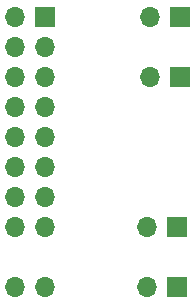
<source format=gbr>
%TF.GenerationSoftware,KiCad,Pcbnew,7.0.9-1.fc39*%
%TF.CreationDate,2023-11-25T21:30:58-08:00*%
%TF.ProjectId,supermicro-ATX-PCB,73757065-726d-4696-9372-6f2d4154582d,rev?*%
%TF.SameCoordinates,Original*%
%TF.FileFunction,Soldermask,Top*%
%TF.FilePolarity,Negative*%
%FSLAX46Y46*%
G04 Gerber Fmt 4.6, Leading zero omitted, Abs format (unit mm)*
G04 Created by KiCad (PCBNEW 7.0.9-1.fc39) date 2023-11-25 21:30:58*
%MOMM*%
%LPD*%
G01*
G04 APERTURE LIST*
%ADD10R,1.700000X1.700000*%
%ADD11O,1.700000X1.700000*%
G04 APERTURE END LIST*
D10*
%TO.C,UID1*%
X123190000Y-68580000D03*
D11*
X120650000Y-68580000D03*
%TD*%
D10*
%TO.C,PWR_FAIL1*%
X123190000Y-63500000D03*
D11*
X120650000Y-63500000D03*
%TD*%
D10*
%TO.C,SM-JF1*%
X111760000Y-63500000D03*
D11*
X109220000Y-63500000D03*
X111760000Y-66040000D03*
X109220000Y-66040000D03*
X111760000Y-68580000D03*
X109220000Y-68580000D03*
X111760000Y-71120000D03*
X109220000Y-71120000D03*
X111760000Y-73660000D03*
X109220000Y-73660000D03*
X111760000Y-76200000D03*
X109220000Y-76200000D03*
X111760000Y-78740000D03*
X109220000Y-78740000D03*
X111760000Y-81280000D03*
X109220000Y-81280000D03*
X111760000Y-86360000D03*
X109220000Y-86360000D03*
%TD*%
D10*
%TO.C,NIC2*%
X122936000Y-81280000D03*
D11*
X120396000Y-81280000D03*
%TD*%
%TO.C,NIC1*%
X120396000Y-86360000D03*
D10*
X122936000Y-86360000D03*
%TD*%
M02*

</source>
